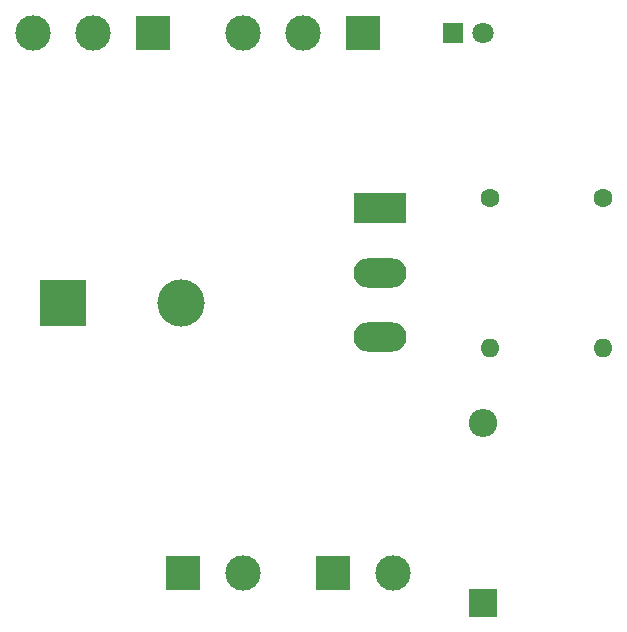
<source format=gbs>
%TF.GenerationSoftware,KiCad,Pcbnew,(6.0.9)*%
%TF.CreationDate,2022-12-04T20:19:28+11:00*%
%TF.ProjectId,Coilgun 1.3,436f696c-6775-46e2-9031-2e332e6b6963,1.3*%
%TF.SameCoordinates,Original*%
%TF.FileFunction,Soldermask,Bot*%
%TF.FilePolarity,Negative*%
%FSLAX46Y46*%
G04 Gerber Fmt 4.6, Leading zero omitted, Abs format (unit mm)*
G04 Created by KiCad (PCBNEW (6.0.9)) date 2022-12-04 20:19:28*
%MOMM*%
%LPD*%
G01*
G04 APERTURE LIST*
%ADD10R,3.000000X3.000000*%
%ADD11C,3.000000*%
%ADD12O,1.600000X1.600000*%
%ADD13C,1.600000*%
%ADD14R,2.400000X2.400000*%
%ADD15O,2.400000X2.400000*%
%ADD16R,4.500000X2.500000*%
%ADD17O,4.500000X2.500000*%
%ADD18R,1.800000X1.800000*%
%ADD19C,1.800000*%
%ADD20R,4.000000X4.000000*%
%ADD21C,4.000000*%
G04 APERTURE END LIST*
D10*
%TO.C,J4*%
X167640000Y-111760000D03*
D11*
X172720000Y-111760000D03*
%TD*%
D10*
%TO.C,J3*%
X154940000Y-111760000D03*
D11*
X160020000Y-111760000D03*
%TD*%
D10*
%TO.C,J2*%
X170180000Y-66040000D03*
D11*
X165100000Y-66040000D03*
X160020000Y-66040000D03*
%TD*%
D10*
%TO.C,J1*%
X152400000Y-66040000D03*
D11*
X147320000Y-66040000D03*
X142240000Y-66040000D03*
%TD*%
D12*
%TO.C,R2*%
X190500000Y-92710000D03*
D13*
X190500000Y-80010000D03*
%TD*%
%TO.C,R1*%
X180975000Y-80010000D03*
D12*
X180975000Y-92710000D03*
%TD*%
D14*
%TO.C,D3*%
X180340000Y-114300000D03*
D15*
X180340000Y-99060000D03*
%TD*%
D16*
%TO.C,D2*%
X171630000Y-80910000D03*
D17*
X171630000Y-86360000D03*
X171630000Y-91810000D03*
%TD*%
D18*
%TO.C,D1*%
X177800000Y-66040000D03*
D19*
X180340000Y-66040000D03*
%TD*%
D20*
%TO.C,C1*%
X144780000Y-88900000D03*
D21*
X154780000Y-88900000D03*
%TD*%
M02*

</source>
